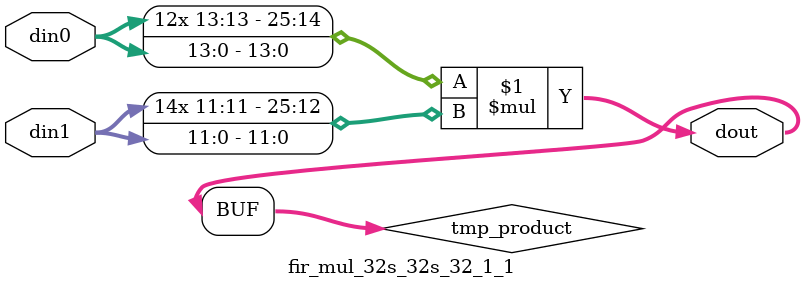
<source format=v>

`timescale 1 ns / 1 ps

 module fir_mul_32s_32s_32_1_1(din0, din1, dout);
parameter ID = 1;
parameter NUM_STAGE = 0;
parameter din0_WIDTH = 14;
parameter din1_WIDTH = 12;
parameter dout_WIDTH = 26;

input [din0_WIDTH - 1 : 0] din0; 
input [din1_WIDTH - 1 : 0] din1; 
output [dout_WIDTH - 1 : 0] dout;

wire signed [dout_WIDTH - 1 : 0] tmp_product;



























assign tmp_product = $signed(din0) * $signed(din1);








assign dout = tmp_product;





















endmodule

</source>
